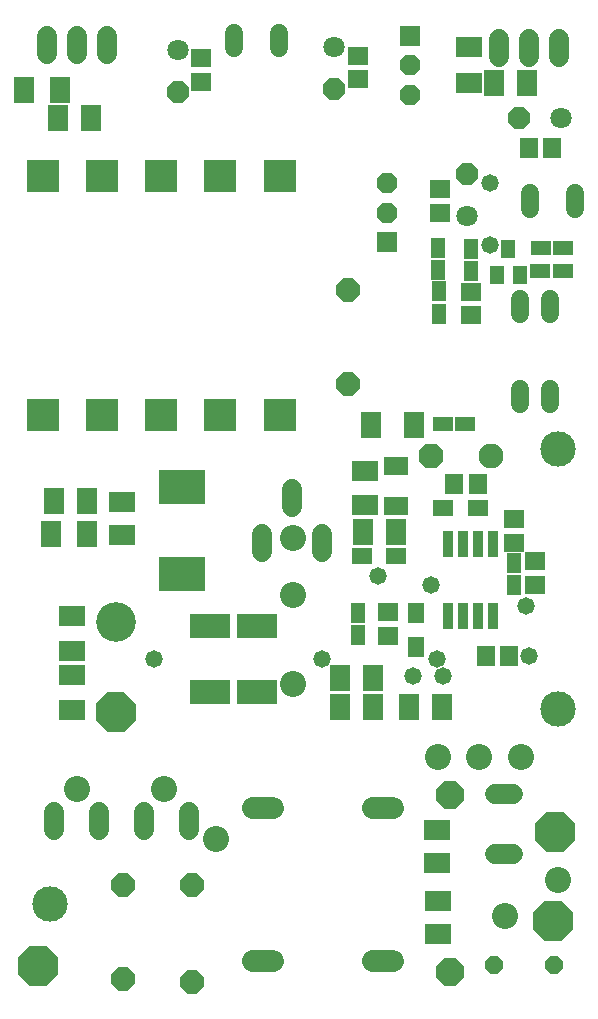
<source format=gbr>
G04 EAGLE Gerber X2 export*
%TF.Part,Single*%
%TF.FileFunction,Soldermask,Bot,1*%
%TF.FilePolarity,Negative*%
%TF.GenerationSoftware,Autodesk,EAGLE,9.0.0*%
%TF.CreationDate,2019-06-10T11:01:14Z*%
G75*
%MOMM*%
%FSLAX34Y34*%
%LPD*%
%AMOC8*
5,1,8,0,0,1.08239X$1,22.5*%
G01*
%ADD10C,2.203200*%
%ADD11P,2.556822X8X292.500000*%
%ADD12P,2.144431X8X292.500000*%
%ADD13C,1.727200*%
%ADD14C,1.879600*%
%ADD15P,3.656530X8X202.500000*%
%ADD16P,1.649562X8X202.500000*%
%ADD17P,3.629037X8X292.500000*%
%ADD18C,3.352800*%
%ADD19R,2.203200X1.703200*%
%ADD20R,2.203200X1.803200*%
%ADD21R,1.803200X2.203200*%
%ADD22R,1.703200X2.203200*%
%ADD23R,0.863600X2.235200*%
%ADD24R,1.203200X1.703200*%
%ADD25C,1.524000*%
%ADD26R,1.803200X1.503200*%
%ADD27R,1.703200X1.203200*%
%ADD28C,2.108200*%
%ADD29P,2.281895X8X202.500000*%
%ADD30R,1.503200X1.803200*%
%ADD31P,1.951982X8X292.500000*%
%ADD32C,1.803400*%
%ADD33R,1.203200X1.603200*%
%ADD34R,4.003200X3.003200*%
%ADD35R,1.703200X1.403200*%
%ADD36C,3.003200*%
%ADD37P,2.144431X8X112.500000*%
%ADD38R,1.403200X1.703200*%
%ADD39R,1.703200X2.303200*%
%ADD40R,2.003200X1.603200*%
%ADD41P,1.951982X8X202.500000*%
%ADD42P,1.951982X8X112.500000*%
%ADD43R,2.743200X2.743200*%
%ADD44R,3.403200X2.003200*%
%ADD45C,1.473200*%
%ADD46R,1.727200X1.727200*%
%ADD47P,1.869504X8X22.500000*%
%ADD48P,1.869504X8X202.500000*%


D10*
X470000Y105000D03*
X425000Y75000D03*
X180000Y140000D03*
X63000Y182000D03*
X136000Y182000D03*
X246000Y395000D03*
X246000Y346500D03*
X246000Y271500D03*
X368500Y209000D03*
X403500Y209000D03*
X438500Y209000D03*
D11*
X378200Y177430D03*
X378200Y27570D03*
D12*
X101400Y100588D03*
X101400Y21212D03*
D13*
X416480Y126800D02*
X431720Y126800D01*
X431720Y177600D02*
X416480Y177600D01*
D14*
X330282Y166170D02*
X313518Y166170D01*
X228682Y166170D02*
X211918Y166170D01*
X211918Y36630D02*
X228682Y36630D01*
X313518Y36630D02*
X330282Y36630D01*
D15*
X467500Y145600D03*
X466000Y70600D03*
X30100Y32100D03*
D16*
X466700Y32900D03*
X415900Y32900D03*
D17*
X96100Y247500D03*
D18*
X96100Y323700D03*
D19*
X58200Y328900D03*
X58200Y298900D03*
X58300Y278900D03*
X58300Y248900D03*
D20*
X367900Y119600D03*
X367900Y147600D03*
X368100Y59600D03*
X368100Y87600D03*
D21*
X313400Y251300D03*
X285400Y251300D03*
X371400Y251500D03*
X343400Y251500D03*
X70900Y425700D03*
X42900Y425700D03*
D20*
X101100Y425400D03*
X101100Y397400D03*
D22*
X41100Y397700D03*
X71100Y397700D03*
D23*
X415250Y328566D03*
X415250Y390034D03*
X402550Y328566D03*
X389850Y328566D03*
X402550Y390034D03*
X389850Y390034D03*
X377150Y328566D03*
X377150Y390034D03*
D24*
X301000Y331500D03*
X301000Y312700D03*
D25*
X463000Y584196D02*
X463000Y597404D01*
X437600Y597404D02*
X437600Y584196D01*
X437600Y521204D02*
X437600Y507996D01*
X463000Y507996D02*
X463000Y521204D01*
D26*
X326400Y311800D03*
X326400Y331800D03*
D27*
X391100Y490900D03*
X372300Y490900D03*
D28*
X413200Y464400D03*
D29*
X362400Y464400D03*
D30*
X402200Y440300D03*
X382200Y440300D03*
D13*
X37000Y804080D02*
X37000Y819320D01*
X62400Y819320D02*
X62400Y804080D01*
X87800Y804080D02*
X87800Y819320D01*
D31*
X148500Y772520D03*
D32*
X148500Y808080D03*
D26*
X167700Y800700D03*
X167700Y780700D03*
X300800Y803200D03*
X300800Y783200D03*
D25*
X195950Y809196D02*
X195950Y822404D01*
X234050Y822404D02*
X234050Y809196D01*
D21*
X313200Y275900D03*
X285200Y275900D03*
D26*
X432300Y390600D03*
X432300Y410600D03*
X450700Y355100D03*
X450700Y375100D03*
D24*
X432900Y373800D03*
X432900Y355000D03*
D30*
X428900Y294500D03*
X408900Y294500D03*
D33*
X427900Y639200D03*
X418400Y617200D03*
X437400Y617200D03*
D24*
X368600Y621200D03*
X368600Y640000D03*
X396500Y639800D03*
X396500Y621000D03*
D27*
X473800Y620400D03*
X455000Y620400D03*
D24*
X368800Y584700D03*
X368800Y603500D03*
D26*
X396700Y583100D03*
X396700Y603100D03*
D22*
X18100Y773900D03*
X48100Y773900D03*
D21*
X46800Y750700D03*
X74800Y750700D03*
D34*
X151200Y364200D03*
X151200Y438200D03*
D13*
X157150Y162620D02*
X157150Y147380D01*
X119050Y147380D02*
X119050Y162620D01*
X80950Y162620D02*
X80950Y147380D01*
X42850Y147380D02*
X42850Y162620D01*
D35*
X402000Y420000D03*
X373000Y420000D03*
D36*
X40000Y85000D03*
X470000Y470000D03*
X470000Y250000D03*
D13*
X270400Y382780D02*
X270400Y398020D01*
X245000Y420880D02*
X245000Y436120D01*
X219600Y398020D02*
X219600Y382780D01*
D37*
X160000Y18725D03*
X160000Y101275D03*
D35*
X304000Y379500D03*
X333000Y379500D03*
D38*
X349500Y302500D03*
X349500Y331500D03*
D39*
X312000Y490000D03*
X348000Y490000D03*
D40*
X332500Y422000D03*
X332500Y456000D03*
D20*
X306500Y423000D03*
X306500Y451000D03*
D21*
X332500Y400000D03*
X304500Y400000D03*
D13*
X419600Y801980D02*
X419600Y817220D01*
X445000Y817220D02*
X445000Y801980D01*
X470400Y801980D02*
X470400Y817220D01*
D31*
X280000Y774720D03*
D32*
X280000Y810280D03*
D41*
X437220Y750000D03*
D32*
X472780Y750000D03*
D30*
X465000Y725000D03*
X445000Y725000D03*
D25*
X484050Y686604D02*
X484050Y673396D01*
X445950Y673396D02*
X445950Y686604D01*
D42*
X392500Y702780D03*
D32*
X392500Y667220D03*
D26*
X370000Y670000D03*
X370000Y690000D03*
D19*
X395000Y810000D03*
X395000Y780000D03*
D21*
X416000Y780000D03*
X444000Y780000D03*
D12*
X292500Y604688D03*
X292500Y525312D03*
D43*
X34200Y498500D03*
X84200Y498500D03*
X134200Y498500D03*
X184200Y498500D03*
X234200Y498500D03*
X34200Y701000D03*
X84200Y701000D03*
X134200Y701000D03*
X184200Y701000D03*
X234200Y701000D03*
D27*
X455600Y640000D03*
X474400Y640000D03*
D44*
X215000Y264500D03*
X215000Y320500D03*
X175000Y264500D03*
X175000Y320500D03*
D45*
X372500Y277500D03*
X317500Y362500D03*
X347500Y277500D03*
X442500Y337500D03*
X445000Y295000D03*
D46*
X345000Y820000D03*
D47*
X345000Y795000D03*
X345000Y770000D03*
D46*
X325000Y645000D03*
D48*
X325000Y670000D03*
X325000Y695000D03*
D45*
X270000Y292500D03*
X127500Y292500D03*
X367500Y292500D03*
X362500Y355000D03*
X412500Y642500D03*
X412500Y695000D03*
M02*

</source>
